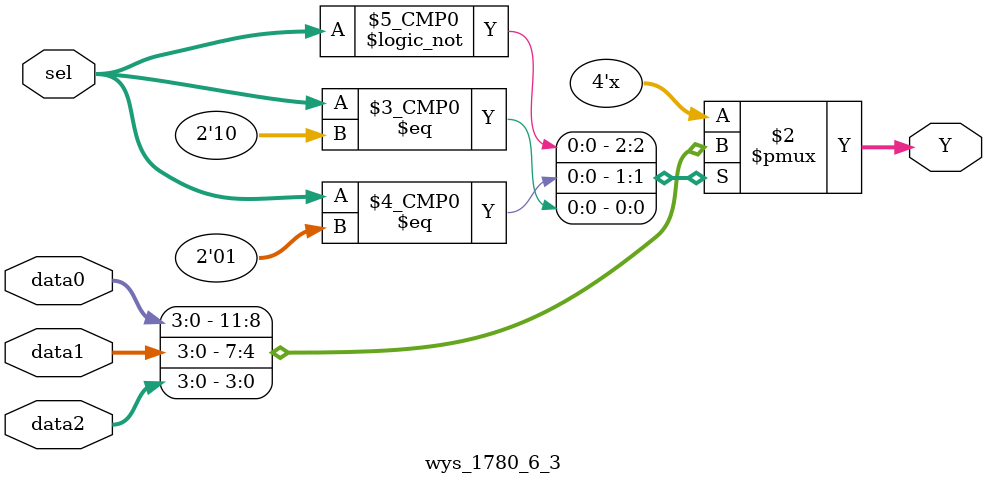
<source format=v>
module wys_1780_6_3 (input [3:0]data0,
                     input [3:0]data1,
                     input [3:0]data2,
                     input [1:0]sel,
                     output reg [3:0]Y);//数据选择器
                     
    always @ (*)
    case (sel)
        2'd0 : Y <= data0;
        2'd1 : Y <= data1;
        2'd2 : Y <= data2;
    endcase 
    
endmodule

</source>
